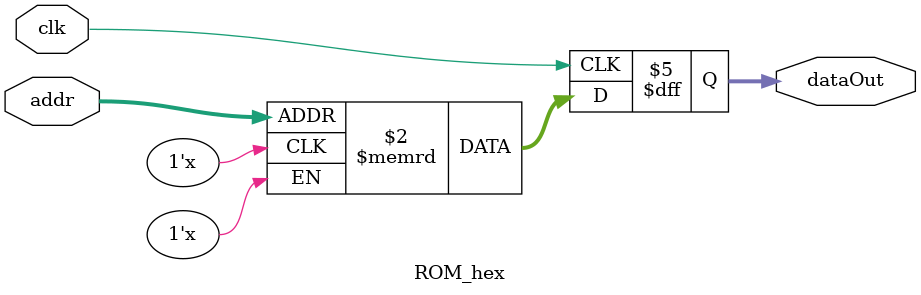
<source format=v>
`timescale 1ns / 1ps
module ROM_hex #(parameter DATA_WIDTH = 32, ADDRESS_WIDTH = 12, DEPTH = 4096, MEMFILE = "") (
    input wire                     clk,
    input wire [ADDRESS_WIDTH-1:0] addr,
    output reg [DATA_WIDTH-1:0]    dataOut = 0);
    
    reg[DATA_WIDTH-1:0] MemoryArray[0:DEPTH-1];
    
    initial begin
        if(MEMFILE > 0) begin
            $readmemh(MEMFILE, MemoryArray);
        end
    end
    // CUSTOM ROM MODULE!
    always @(posedge clk) begin
        dataOut <= MemoryArray[addr];
    end
endmodule

</source>
